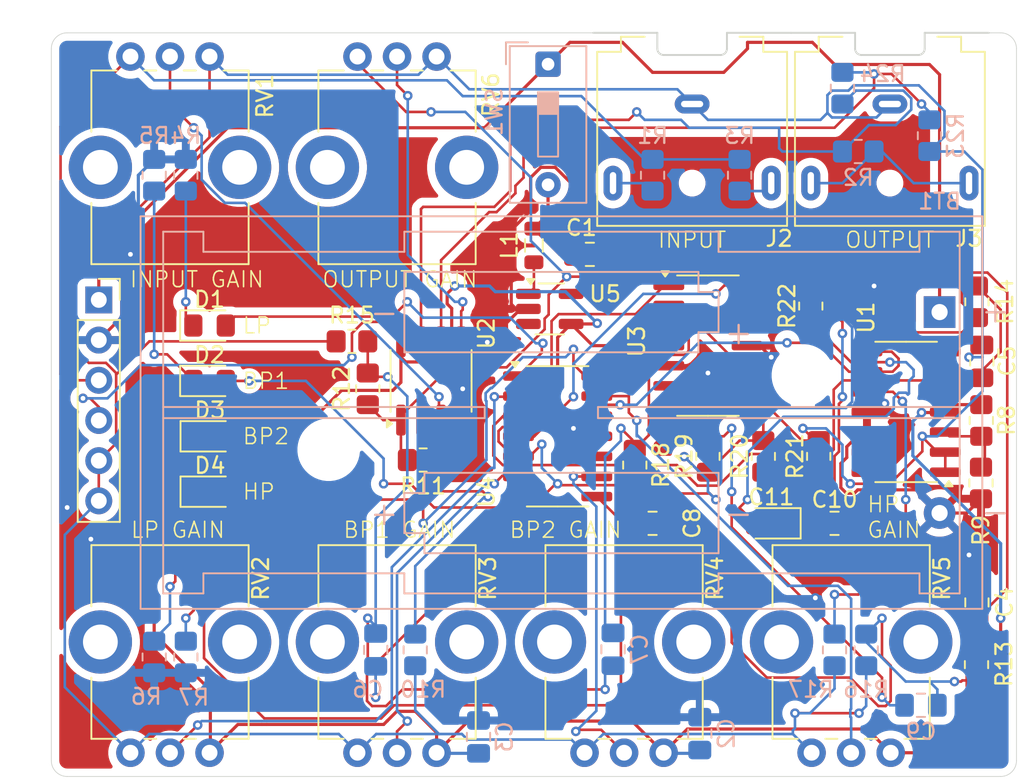
<source format=kicad_pcb>
(kicad_pcb
	(version 20241229)
	(generator "pcbnew")
	(generator_version "9.0")
	(general
		(thickness 1.6)
		(legacy_teardrops no)
	)
	(paper "A4")
	(layers
		(0 "F.Cu" signal)
		(2 "B.Cu" signal)
		(9 "F.Adhes" user "F.Adhesive")
		(11 "B.Adhes" user "B.Adhesive")
		(13 "F.Paste" user)
		(15 "B.Paste" user)
		(5 "F.SilkS" user "F.Silkscreen")
		(7 "B.SilkS" user "B.Silkscreen")
		(1 "F.Mask" user)
		(3 "B.Mask" user)
		(17 "Dwgs.User" user "User.Drawings")
		(19 "Cmts.User" user "User.Comments")
		(21 "Eco1.User" user "User.Eco1")
		(23 "Eco2.User" user "User.Eco2")
		(25 "Edge.Cuts" user)
		(27 "Margin" user)
		(31 "F.CrtYd" user "F.Courtyard")
		(29 "B.CrtYd" user "B.Courtyard")
		(35 "F.Fab" user)
		(33 "B.Fab" user)
		(39 "User.1" user)
		(41 "User.2" user)
		(43 "User.3" user)
		(45 "User.4" user)
	)
	(setup
		(stackup
			(layer "F.SilkS"
				(type "Top Silk Screen")
			)
			(layer "F.Paste"
				(type "Top Solder Paste")
			)
			(layer "F.Mask"
				(type "Top Solder Mask")
				(thickness 0.01)
			)
			(layer "F.Cu"
				(type "copper")
				(thickness 0.035)
			)
			(layer "dielectric 1"
				(type "core")
				(thickness 1.51)
				(material "FR4")
				(epsilon_r 4.5)
				(loss_tangent 0.02)
			)
			(layer "B.Cu"
				(type "copper")
				(thickness 0.035)
			)
			(layer "B.Mask"
				(type "Bottom Solder Mask")
				(thickness 0.01)
			)
			(layer "B.Paste"
				(type "Bottom Solder Paste")
			)
			(layer "B.SilkS"
				(type "Bottom Silk Screen")
			)
			(copper_finish "None")
			(dielectric_constraints no)
		)
		(pad_to_mask_clearance 0)
		(allow_soldermask_bridges_in_footprints no)
		(tenting front back)
		(aux_axis_origin 25 23.5)
		(pcbplotparams
			(layerselection 0x00000000_00000000_55555555_5755f5ff)
			(plot_on_all_layers_selection 0x00000000_00000000_00000000_00000000)
			(disableapertmacros no)
			(usegerberextensions no)
			(usegerberattributes yes)
			(usegerberadvancedattributes yes)
			(creategerberjobfile yes)
			(dashed_line_dash_ratio 12.000000)
			(dashed_line_gap_ratio 3.000000)
			(svgprecision 4)
			(plotframeref no)
			(mode 1)
			(useauxorigin no)
			(hpglpennumber 1)
			(hpglpenspeed 20)
			(hpglpendiameter 15.000000)
			(pdf_front_fp_property_popups yes)
			(pdf_back_fp_property_popups yes)
			(pdf_metadata yes)
			(pdf_single_document no)
			(dxfpolygonmode yes)
			(dxfimperialunits yes)
			(dxfusepcbnewfont yes)
			(psnegative no)
			(psa4output no)
			(plot_black_and_white yes)
			(plotinvisibletext no)
			(sketchpadsonfab no)
			(plotpadnumbers no)
			(hidednponfab no)
			(sketchdnponfab yes)
			(crossoutdnponfab yes)
			(subtractmaskfromsilk no)
			(outputformat 1)
			(mirror no)
			(drillshape 1)
			(scaleselection 1)
			(outputdirectory "")
		)
	)
	(net 0 "")
	(net 1 "GND")
	(net 2 "Net-(U1B-+)")
	(net 3 "VREF")
	(net 4 "Net-(U3A--)")
	(net 5 "Net-(U3C--)")
	(net 6 "/FILTERS/OBP1")
	(net 7 "/RAIL_GEN/VIN+")
	(net 8 "VCC")
	(net 9 "/FILTERS/IBP1")
	(net 10 "Net-(U1C-+)")
	(net 11 "/FILTERS/OBP2")
	(net 12 "Net-(C10-Pad1)")
	(net 13 "Net-(U3D--)")
	(net 14 "/LED_GAIN/OUTA")
	(net 15 "Net-(D1-K)")
	(net 16 "/LED_GAIN/OUTB")
	(net 17 "Net-(D2-K)")
	(net 18 "/LED_GAIN/OUTC")
	(net 19 "Net-(D3-K)")
	(net 20 "Net-(D4-K)")
	(net 21 "/LED_GAIN/OUTD")
	(net 22 "OUT")
	(net 23 "IN")
	(net 24 "Net-(J2-PadR)")
	(net 25 "Net-(J2-PadT)")
	(net 26 "Net-(J3-PadR)")
	(net 27 "Net-(U5-SW)")
	(net 28 "Net-(U1A-+)")
	(net 29 "/LED_GAIN/AREF")
	(net 30 "/LED_GAIN/BREF")
	(net 31 "/LED_GAIN/CREF")
	(net 32 "/LED_GAIN/DREF")
	(net 33 "Net-(U1D--)")
	(net 34 "/FILTERS/OHP")
	(net 35 "/FILTERS/OLP")
	(net 36 "Net-(U3B--)")
	(net 37 "unconnected-(U5-NC-Pad3)")
	(net 38 "unconnected-(U5-NC-Pad5)")
	(net 39 "Net-(C6-Pad1)")
	(net 40 "Net-(C8-Pad1)")
	(net 41 "Net-(C8-Pad2)")
	(net 42 "Net-(U2A--)")
	(net 43 "Net-(U2B--)")
	(net 44 "Net-(U2A-+)")
	(net 45 "Net-(U2B-+)")
	(net 46 "/VIN")
	(footprint "Connector_Audio:Jack_3.5mm_CUI_SJ1-3523N_Horizontal" (layer "F.Cu") (at 65.5 28 180))
	(footprint "LED_SMD:LED_0805_2012Metric_Pad1.15x1.40mm_HandSolder" (layer "F.Cu") (at 35.025 52.5))
	(footprint "Connector_PinSocket_2.54mm:PinSocket_1x06_P2.54mm_Vertical" (layer "F.Cu") (at 28 40.38))
	(footprint "LED_SMD:LED_0805_2012Metric_Pad1.15x1.40mm_HandSolder" (layer "F.Cu") (at 35 45.5))
	(footprint "Capacitor_SMD:C_0805_2012Metric_Pad1.18x1.45mm_HandSolder" (layer "F.Cu") (at 63 54.5 180))
	(footprint "Inductor_SMD:L_0805_2012Metric" (layer "F.Cu") (at 55.5 36.9375 90))
	(footprint "Package_SO:SOIC-14_3.9x8.7mm_P1.27mm" (layer "F.Cu") (at 57 49))
	(footprint "Package_TO_SOT_SMD:SOT-23-5_HandSoldering" (layer "F.Cu") (at 56.5 40.95))
	(footprint "Diode_SMD:D_0805_2012Metric_Pad1.15x1.40mm_HandSolder" (layer "F.Cu") (at 70.5 54.5 180))
	(footprint "LED_SMD:LED_0805_2012Metric_Pad1.15x1.40mm_HandSolder" (layer "F.Cu") (at 35 42))
	(footprint "Resistor_SMD:R_0805_2012Metric_Pad1.20x1.40mm_HandSolder" (layer "F.Cu") (at 48.5 50.5 180))
	(footprint "Connector_Audio:Jack_3.5mm_CUI_SJ1-3523N_Horizontal" (layer "F.Cu") (at 78 28 180))
	(footprint "Resistor_SMD:R_0805_2012Metric_Pad1.20x1.40mm_HandSolder" (layer "F.Cu") (at 83.5 40.5 90))
	(footprint "Capacitor_SMD:C_0805_2012Metric_Pad1.18x1.45mm_HandSolder" (layer "F.Cu") (at 83.5 59.5 90))
	(footprint "Resistor_SMD:R_0805_2012Metric_Pad1.20x1.40mm_HandSolder" (layer "F.Cu") (at 45 46 90))
	(footprint "Package_SO:SOIC-14_3.9x8.7mm_P1.27mm" (layer "F.Cu") (at 79.025 47.46 180))
	(footprint "Capacitor_SMD:C_0805_2012Metric_Pad1.18x1.45mm_HandSolder" (layer "F.Cu") (at 83.808728 44.265881 -90))
	(footprint "Potentiometer_THT:Potentiometer_Bourns_PTV09A-1_Single_Vertical" (layer "F.Cu") (at 44.35 25 -90))
	(footprint "Capacitor_SMD:C_0805_2012Metric_Pad1.18x1.45mm_HandSolder" (layer "F.Cu") (at 59.0375 37.5))
	(footprint "Resistor_SMD:R_0805_2012Metric_Pad1.20x1.40mm_HandSolder" (layer "F.Cu") (at 73 40.77 90))
	(footprint "Potentiometer_THT:Potentiometer_Bourns_PTV09A-1_Single_Vertical" (layer "F.Cu") (at 35 69 90))
	(footprint "Potentiometer_THT:Potentiometer_Bourns_PTV09A-1_Single_Vertical" (layer "F.Cu") (at 78.05 69 90))
	(footprint "Resistor_SMD:R_0805_2012Metric_Pad1.20x1.40mm_HandSolder" (layer "F.Cu") (at 70 50.27 -90))
	(footprint "Resistor_SMD:R_0805_2012Metric_Pad1.20x1.40mm_HandSolder" (layer "F.Cu") (at 66.5 50.27 -90))
	(footprint "Package_SO:SOIC-14_3.9x8.7mm_P1.27mm" (layer "F.Cu") (at 66.5 43.27))
	(footprint "Resistor_SMD:R_0805_2012Metric_Pad1.20x1.40mm_HandSolder" (layer "F.Cu") (at 83.756554 51.949585 -90))
	(footprint "Potentiometer_THT:Potentiometer_Bourns_PTV09A-1_Single_Vertical" (layer "F.Cu") (at 63.7 69 90))
	(footprint "Resistor_SMD:R_0805_2012Metric_Pad1.20x1.40mm_HandSolder" (layer "F.Cu") (at 44 43))
	(footprint "Capacitor_SMD:C_0805_2012Metric_Pad1.18x1.45mm_HandSolder" (layer "F.Cu") (at 74.5 54.5))
	(footprint "Resistor_SMD:R_0805_2012Metric_Pad1.20x1.40mm_HandSolder" (layer "F.Cu") (at 61.87591 50.8185 -90))
	(footprint "Potentiometer_THT:Potentiometer_Bourns_PTV09A-1_Single_Vertical" (layer "F.Cu") (at 30 25 -90))
	(footprint "LED_SMD:LED_0805_2012Metric_Pad1.15x1.40mm_HandSolder" (layer "F.Cu") (at 35.025 49))
	(footprint "Potentiometer_THT:Potentiometer_Bourns_PTV09A-1_Single_Vertical" (layer "F.Cu") (at 49.35 69 90))
	(footprint "Resistor_SMD:R_0805_2012Metric_Pad1.20x1.40mm_HandSolder" (layer "F.Cu") (at 73.5 50.27 -90))
	(footprint "Resistor_SMD:R_0805_2012Metric_Pad1.20x1.40mm_HandSolder"
		(layer "F.Cu")
		(uuid "ea5f78f7-08a0-407f-85a0-6cbde15528e6")
		(at 83.473393 63.430892 -90)
		(descr "Resistor SMD 0805 (2012 Metric), square (rectangular) end terminal, IPC_7351 nominal with elongated pad for handsoldering. (Body size source: IPC-SM-782 page 72, https://www.pcb-3d.com/wordpress/wp-content/uploads/ipc-sm-782a_amendment_1_and_2.pdf), generated with kicad-footprint-generator")
		(tags "resistor handsolder")
		(property "Reference" "R13"
			(at -0.031829 -1.739421 90)
			(layer "F.SilkS")
			(uuid "a663c76b-8f09-4f1a-b1c6-5f97263b5a77")
			(effects
				(font
					(size 1 1)
					(thickness 0.15)
				)
			)
		)
		(property "Value" "3.3k"
			(at 0 1.65 90)
			(layer "F.Fab")
			(uuid "f74fe375-7144-46ea-a146-beeb76750d5f")
			(effects
				(font
					(size 1 1)
					(thickness 0.15)
				)
			)
		)
		(property "Datasheet" ""
			(at 0 0 270)
			(unlocked yes)
			(layer "F.Fab")
			(hide yes)
			(uuid "7130663a-00dd-4796-858b-8e954291fbfe")
			(effects
				(font
					(size 1.27 1.27)
					(thickness 0.15)
				)
			)
		)
		(property "Description" "Resistor, US symbol"
			(at 0 0 270)
			(unlocked yes)
			(layer "F.Fab")
			(hide yes)
			(uuid "07d94c3d-7822-4e32-8208-118ddc9c41f7")
			(effects
				(font
					(size 1.27 1.27)
					(thickness 0.15)
				)
			)
		)
		(property ki_fp_filters "R_*")
		(path "/471db3e4-e213-4827-95bb-9215dfa99989/8938acf2-2f86-45e6-b70d-0871765f9a54")
		(sheetname "/FILTERS/")
		(sheetfile "filters.kicad_sch")
		(attr smd)
		(fp_line
			(start -0.227064 0.735)
			(end 0.227064 0.735)
			(stroke
				(width 0.12)
				(type solid)
			)
			(layer "F.SilkS")
			(uuid "521a9a13-7c3a-47ad-9832-24fa99648727")
		)
		(fp_line
			(start -0.227064 -0.735)
			(end 0.227064 -0.735)
			(stroke
				(width 0.12)
				(type solid)
			)
			(layer "F.SilkS")
			(uuid "feb7c8b8-9988-4815-884f-e2
... [412024 chars truncated]
</source>
